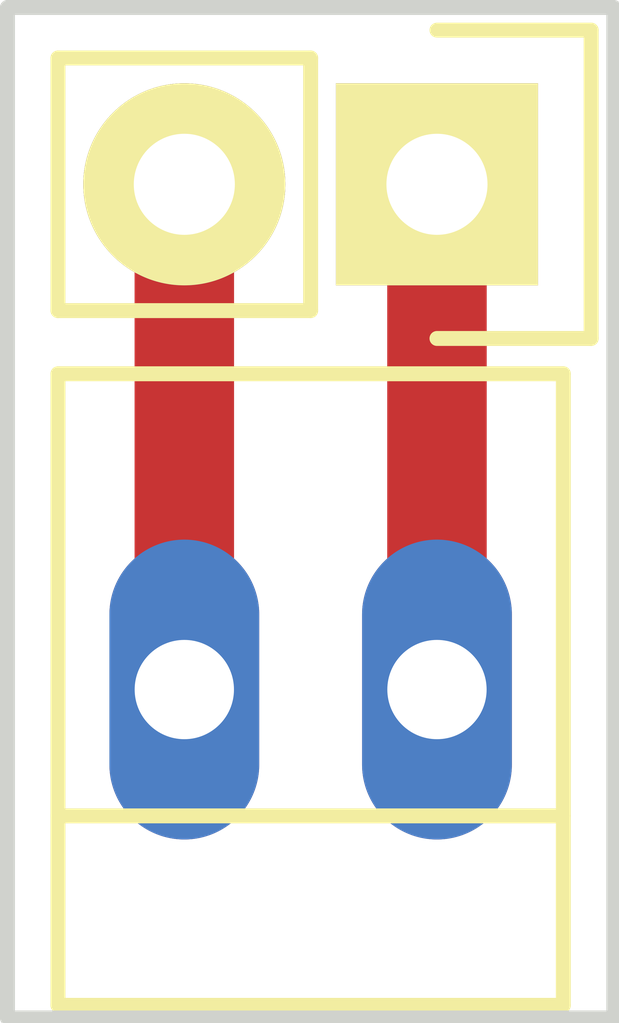
<source format=kicad_pcb>
(kicad_pcb (version 4) (host pcbnew "(2014-jul-16 BZR unknown)-product")

  (general
    (links 0)
    (no_connects 0)
    (area 0 0 0 0)
    (thickness 1.6)
    (drawings 4)
    (tracks 2)
    (zones 0)
    (modules 2)
    (nets 1)
  )

  (page A4)
  (layers
    (0 F.Cu signal)
    (31 B.Cu signal)
    (32 B.Adhes user)
    (33 F.Adhes user)
    (34 B.Paste user)
    (35 F.Paste user)
    (36 B.SilkS user)
    (37 F.SilkS user)
    (38 B.Mask user)
    (39 F.Mask user)
    (40 Dwgs.User user)
    (41 Cmts.User user)
    (42 Eco1.User user)
    (43 Eco2.User user)
    (44 Edge.Cuts user)
    (45 Margin user)
    (46 B.CrtYd user)
    (47 F.CrtYd user)
    (48 B.Fab user)
    (49 F.Fab user)
  )

  (setup
    (last_trace_width 1)
    (user_trace_width 1)
    (trace_clearance 0.254)
    (zone_clearance 0.508)
    (zone_45_only no)
    (trace_min 0.254)
    (segment_width 0.2)
    (edge_width 0.15)
    (via_size 0.889)
    (via_drill 0.635)
    (via_min_size 0.889)
    (via_min_drill 0.508)
    (uvia_size 0.508)
    (uvia_drill 0.127)
    (uvias_allowed no)
    (uvia_min_size 0.508)
    (uvia_min_drill 0.127)
    (pcb_text_width 0.3)
    (pcb_text_size 1.5 1.5)
    (mod_edge_width 0.15)
    (mod_text_size 1.5 1.5)
    (mod_text_width 0.15)
    (pad_size 1.524 1.524)
    (pad_drill 0.762)
    (pad_to_mask_clearance 0.2)
    (aux_axis_origin 0 0)
    (visible_elements FFFFFF7F)
    (pcbplotparams
      (layerselection 0x00030_80000001)
      (usegerberextensions false)
      (excludeedgelayer true)
      (linewidth 0.150000)
      (plotframeref false)
      (viasonmask false)
      (mode 1)
      (useauxorigin false)
      (hpglpennumber 1)
      (hpglpenspeed 20)
      (hpglpendiameter 15)
      (hpglpenoverlay 2)
      (psnegative false)
      (psa4output false)
      (plotreference true)
      (plotvalue true)
      (plotinvisibletext false)
      (padsonsilk false)
      (subtractmaskfromsilk false)
      (outputformat 1)
      (mirror false)
      (drillshape 1)
      (scaleselection 1)
      (outputdirectory ""))
  )

  (net 0 "")

  (net_class Default "This is the default net class."
    (clearance 0.254)
    (trace_width 0.254)
    (via_dia 0.889)
    (via_drill 0.635)
    (uvia_dia 0.508)
    (uvia_drill 0.127)
  )

  (module Connect:PINHEAD1-2 (layer F.Cu) (tedit 55191968) (tstamp 55191935)
    (at 16.51 20.32 180)
    (attr virtual)
    (fp_text reference REF** (at 0 -3.9 180) (layer F.SilkS) hide
      (effects (font (size 1 1) (thickness 0.15)))
    )
    (fp_text value PINHEAD1-2 (at 0 3.81 180) (layer F.Fab) hide
      (effects (font (size 1 1) (thickness 0.15)))
    )
    (fp_line (start 2.54 -1.27) (end -2.54 -1.27) (layer F.SilkS) (width 0.15))
    (fp_line (start 2.54 3.175) (end -2.54 3.175) (layer F.SilkS) (width 0.15))
    (fp_line (start -2.54 -3.175) (end 2.54 -3.175) (layer F.SilkS) (width 0.15))
    (fp_line (start -2.54 -3.175) (end -2.54 3.175) (layer F.SilkS) (width 0.15))
    (fp_line (start 2.54 -3.175) (end 2.54 3.175) (layer F.SilkS) (width 0.15))
    (pad 1 thru_hole oval (at -1.27 0 180) (size 1.50622 3.01498) (drill 0.99822) (layers *.Cu *.Mask))
    (pad 2 thru_hole oval (at 1.27 0 180) (size 1.50622 3.01498) (drill 0.99822) (layers *.Cu *.Mask))
  )

  (module Pin_Headers:Pin_Header_Straight_1x02 (layer F.Cu) (tedit 55191964) (tstamp 55191950)
    (at 17.78 15.24 270)
    (descr "Through hole pin header")
    (tags "pin header")
    (fp_text reference REF** (at 0 -5.1 270) (layer F.SilkS) hide
      (effects (font (size 1 1) (thickness 0.15)))
    )
    (fp_text value Pin_Header_Straight_1x02 (at 0 -3.1 270) (layer F.Fab) hide
      (effects (font (size 1 1) (thickness 0.15)))
    )
    (fp_line (start 1.27 1.27) (end 1.27 3.81) (layer F.SilkS) (width 0.15))
    (fp_line (start 1.55 -1.55) (end 1.55 0) (layer F.SilkS) (width 0.15))
    (fp_line (start -1.75 -1.75) (end -1.75 4.3) (layer F.CrtYd) (width 0.05))
    (fp_line (start 1.75 -1.75) (end 1.75 4.3) (layer F.CrtYd) (width 0.05))
    (fp_line (start -1.75 -1.75) (end 1.75 -1.75) (layer F.CrtYd) (width 0.05))
    (fp_line (start -1.75 4.3) (end 1.75 4.3) (layer F.CrtYd) (width 0.05))
    (fp_line (start 1.27 1.27) (end -1.27 1.27) (layer F.SilkS) (width 0.15))
    (fp_line (start -1.55 0) (end -1.55 -1.55) (layer F.SilkS) (width 0.15))
    (fp_line (start -1.55 -1.55) (end 1.55 -1.55) (layer F.SilkS) (width 0.15))
    (fp_line (start -1.27 1.27) (end -1.27 3.81) (layer F.SilkS) (width 0.15))
    (fp_line (start -1.27 3.81) (end 1.27 3.81) (layer F.SilkS) (width 0.15))
    (pad 1 thru_hole rect (at 0 0 270) (size 2.032 2.032) (drill 1.016) (layers *.Cu *.Mask F.SilkS))
    (pad 2 thru_hole oval (at 0 2.54 270) (size 2.032 2.032) (drill 1.016) (layers *.Cu *.Mask F.SilkS))
    (model Pin_Headers.3dshapes/Pin_Header_Straight_1x02.wrl
      (at (xyz 0 -0.05 0))
      (scale (xyz 1 1 1))
      (rotate (xyz 0 0 90))
    )
  )

  (gr_line (start 19.558 13.462) (end 13.462 13.462) (angle 90) (layer Edge.Cuts) (width 0.15))
  (gr_line (start 19.558 23.622) (end 19.558 13.462) (angle 90) (layer Edge.Cuts) (width 0.15))
  (gr_line (start 13.462 23.622) (end 19.558 23.622) (angle 90) (layer Edge.Cuts) (width 0.15))
  (gr_line (start 13.462 13.462) (end 13.462 23.622) (angle 90) (layer Edge.Cuts) (width 0.15))

  (segment (start 15.24 15.24) (end 15.24 20.32) (width 1) (layer F.Cu) (net 0) (status C00000))
  (segment (start 17.78 20.32) (end 17.78 15.24) (width 1) (layer F.Cu) (net 0) (status C00000))

)

</source>
